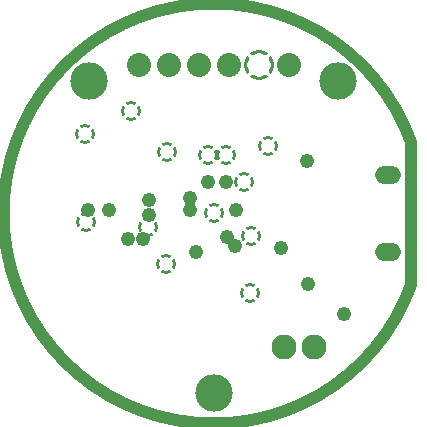
<source format=gbr>
G04*
G04 #@! TF.GenerationSoftware,Altium Limited,Altium Designer,23.3.1 (30)*
G04*
G04 Layer_Physical_Order=3*
G04 Layer_Color=128*
%FSLAX44Y44*%
%MOMM*%
G71*
G04*
G04 #@! TF.SameCoordinates,607B9DED-B9D6-4049-9DE7-3198A38A4F88*
G04*
G04*
G04 #@! TF.FilePolarity,Negative*
G04*
G01*
G75*
%ADD82C,1.0160*%
%ADD84C,2.1160*%
%ADD85O,2.2160X1.5160*%
%ADD86C,1.5160*%
G04:AMPARAMS|DCode=87|XSize=2.544mm|YSize=2.544mm|CornerRadius=0mm|HoleSize=0mm|Usage=FLASHONLY|Rotation=0.000|XOffset=0mm|YOffset=0mm|HoleType=Round|Shape=Relief|Width=0.254mm|Gap=0.254mm|Entries=4|*
%AMTHD87*
7,0,0,2.5440,2.0360,0.2540,45*
%
%ADD87THD87*%
%ADD88C,2.0360*%
%ADD89C,1.2192*%
G04:AMPARAMS|DCode=90|XSize=1.7272mm|YSize=1.7272mm|CornerRadius=0mm|HoleSize=0mm|Usage=FLASHONLY|Rotation=0.000|XOffset=0mm|YOffset=0mm|HoleType=Round|Shape=Relief|Width=0.254mm|Gap=0.254mm|Entries=4|*
%AMTHD90*
7,0,0,1.7272,1.2192,0.2540,45*
%
%ADD90THD90*%
%ADD92C,3.1750*%
D82*
X421077Y314811D02*
G03*
X421077Y193189I-167077J-60811D01*
G01*
Y314811D01*
D84*
X339090Y140970D02*
D03*
X313690D02*
D03*
D85*
X401400Y287000D02*
D03*
Y221000D02*
D03*
D86*
Y287000D02*
D03*
Y221000D02*
D03*
D87*
X292100Y379730D02*
D03*
D88*
X317500D02*
D03*
X266700D02*
D03*
X241300D02*
D03*
X215900D02*
D03*
X190500D02*
D03*
D89*
X364370Y168910D02*
D03*
X265430Y233680D02*
D03*
X334010Y194310D02*
D03*
X273050Y256540D02*
D03*
X233680Y266700D02*
D03*
X248920Y280670D02*
D03*
X332740Y298450D02*
D03*
X271780Y226060D02*
D03*
X238760Y220980D02*
D03*
X165100Y256540D02*
D03*
X147320D02*
D03*
X311150Y224790D02*
D03*
X194310Y232410D02*
D03*
X181610D02*
D03*
X233680Y256540D02*
D03*
X199390Y265430D02*
D03*
Y252730D02*
D03*
X264160Y280670D02*
D03*
D90*
X214755Y305835D02*
D03*
X213720Y210820D02*
D03*
X299720Y311020D02*
D03*
X264160Y303160D02*
D03*
X248920D02*
D03*
X146050Y246380D02*
D03*
X184150Y340360D02*
D03*
X144780Y321310D02*
D03*
X285750Y234950D02*
D03*
X284480Y186690D02*
D03*
X198120Y242570D02*
D03*
X279400Y280670D02*
D03*
X254000Y254000D02*
D03*
D92*
Y101600D02*
D03*
X148590Y365760D02*
D03*
X359410D02*
D03*
M02*

</source>
